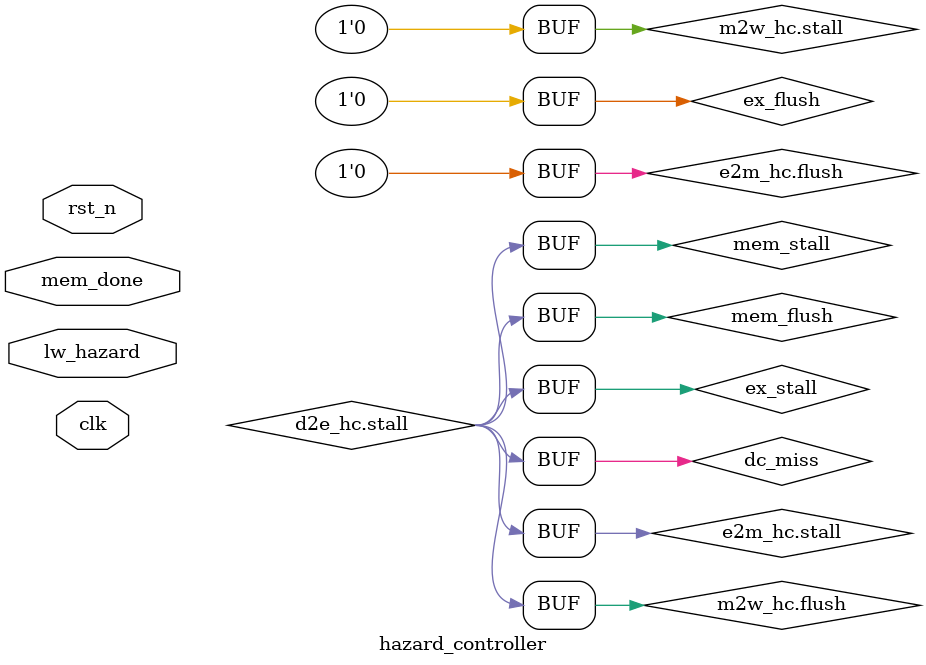
<source format=sv>
/*
 * hazard_controller.sv
 * Author: Zinsser Zhang
 * Last Revision: 03/13/2022
 *
 * hazard_controller collects feedbacks from each stage and detect whether there
 * are hazards in the pipeline. If so, it generate control signals to stall or
 * flush each stage. It also contains a branch_controller, which talks to
 * a branch predictor to make a prediction when a branch instruction is decoded.
 *
 * It also contains simulation only logic to report hazard conditions to C++
 * code for execution statistics collection.
 *
 * See wiki page "Hazards" for details.
 * See wiki page "Branch and Jump" for details of branch and jump instructions.
 */
`include "mips_core.svh"

`ifdef SIMULATION
import "DPI-C" function void stats_event (input string e);
`endif

module hazard_controller (
	input clk,    // Clock
	input rst_n,  // Synchronous reset active low

	// Feedback from IF
	cache_output_ifc.in if_i_cache_output,
	// Feedback from DEC
	pc_ifc.in dec_pc,
	branch_decoded_ifc.hazard dec_branch_decoded,
	// Feedback from EX
	pc_ifc.in ex_pc,
	input lw_hazard,
	branch_result_ifc.in ex_branch_result,
	// Feedback from MEM
	input mem_done,

	// Hazard control output
	hazard_control_ifc.out i2i_hc,
	hazard_control_ifc.out i2d_hc,
	hazard_control_ifc.out d2e_hc,
	hazard_control_ifc.out e2m_hc,
	hazard_control_ifc.out m2w_hc,

	// Load pc output
	load_pc_ifc.out load_pc
);

	branch_controller BRANCH_CONTROLLER (
		.clk, .rst_n,
		.dec_pc,
		.dec_branch_decoded,
		.ex_pc,
		.ex_branch_result
	);

	// We have total 6 potential hazards
	logic ic_miss;			// I cache miss
	logic ds_miss;			// Delay slot miss
	logic dec_overload;		// Branch predict taken or Jump
	logic ex_overload;		// Branch prediction wrong
	//    lw_hazard;		// Load word hazard (input from forward unit)
	logic dc_miss;			// D cache miss

	//number of branch hits
	logic branch_hit;

	// Determine if we have these hazards
	always_comb
	begin
		ic_miss = ~if_i_cache_output.valid;
		ds_miss = ic_miss & dec_branch_decoded.valid;
		dec_overload = dec_branch_decoded.valid
			& (dec_branch_decoded.is_jump
				| (dec_branch_decoded.prediction == TAKEN));
		ex_overload = ex_branch_result.valid
			& (ex_branch_result.prediction != ex_branch_result.outcome);
		branch_hit = ex_branch_result.valid
			& (ex_branch_result.prediction == ex_branch_result.outcome);
		// lw_hazard is determined by forward unit.
		dc_miss = ~mem_done;
	end

	// Control signals
	logic if_stall, if_flush;
	logic dec_stall, dec_flush;
	logic ex_stall, ex_flush;
	logic mem_stall, mem_flush;
	// wb doesn't need to be stalled or flushed
	// i.e. any data goes to wb is finalized and waiting to be commited

	/*
	 * Now let's go over the solution of all hazards
	 * ic_miss:
	 *     if_stall, if_flush
	 * ds_miss:
	 *     dec_stall, dec_flush (if_stall and if_flush handled by ic_miss)
	 * dec_overload:
	 *     load_pc
	 * ex_overload:
	 *     load_pc, ~if_stall, if_flush
	 * lw_hazard:
	 *     dec_stall, dec_flush
	 * dc_miss:
	 *     mem_stall, mem_flush
	 *
	 * The only conflict here is between ic_miss and ex_overload.
	 * ex_overload should have higher priority than ic_miss. Because i cache
	 * does not register missed request, it's totally fine to directly overload
	 * the pc value.
	 *
	 * In addition to above hazards, each stage should also stall if its
	 * downstream stage stalls (e.g., when mem stalls, if & dec & ex should all
	 * stall). This has the highest priority.
	 */

	always_comb
	begin : handle_if
		if_stall = 1'b0;
		if_flush = 1'b0;

		if (ic_miss)
		begin
			if_stall = 1'b1;
			if_flush = 1'b1;
		end

		if (ex_overload)
		begin
			if_stall = 1'b0;
			if_flush = 1'b1;
		end

		if (dec_stall)
			if_stall = 1'b1;
	end

	always_comb
	begin : handle_dec
		dec_stall = 1'b0;
		dec_flush = 1'b0;

		if (ds_miss | lw_hazard)
		begin
			dec_stall = 1'b1;
			dec_flush = 1'b1;
		end

		if (ex_stall)
			dec_stall = 1'b1;
	end

	always_comb
	begin : handle_ex
		ex_stall = mem_stall;
		ex_flush = 1'b0;
	end

	always_comb
	begin : handle_mem
		mem_stall = dc_miss;
		mem_flush = dc_miss;
	end

	// Now distribute the control signals to each pipeline registers
	always_comb
	begin
		i2i_hc.stall = 1'b0;
		i2i_hc.stall = if_stall;
		i2d_hc.flush = if_flush;
		i2d_hc.stall = dec_stall;
		d2e_hc.flush = dec_flush;
		d2e_hc.stall = ex_stall;
		e2m_hc.flush = ex_flush;
		e2m_hc.stall = mem_stall;
		m2w_hc.flush = mem_flush;
		m2w_hc.stall = 1'b0;
	end

	// Derive the load_pc
	always_comb
	begin
		load_pc.we = dec_overload | ex_overload;
		if (dec_overload)
			load_pc.new_pc = dec_branch_decoded.target;
		else
			load_pc.new_pc = ex_branch_result.recovery_target;
	end

`ifdef SIMULATION
	always_ff @(posedge clk)
	begin
		if (ic_miss) stats_event("ic_miss");
		if (ds_miss) stats_event("ds_miss");
		if (dec_overload) stats_event("dec_overload");
		if (ex_overload) stats_event("ex_overload");
		if (branch_hit) stats_event("branch_hit");
		if (lw_hazard) stats_event("lw_hazard");
		if (dc_miss) stats_event("dc_miss");
		if (if_stall) stats_event("if_stall");
		if (if_flush) stats_event("if_flush");
		if (dec_stall) stats_event("dec_stall");
		if (dec_flush) stats_event("dec_flush");
		if (ex_stall) stats_event("ex_stall");
		if (ex_flush) stats_event("ex_flush");
		if (mem_stall) stats_event("mem_stall");
		if (mem_flush) stats_event("mem_flush");
	end
`endif

endmodule

</source>
